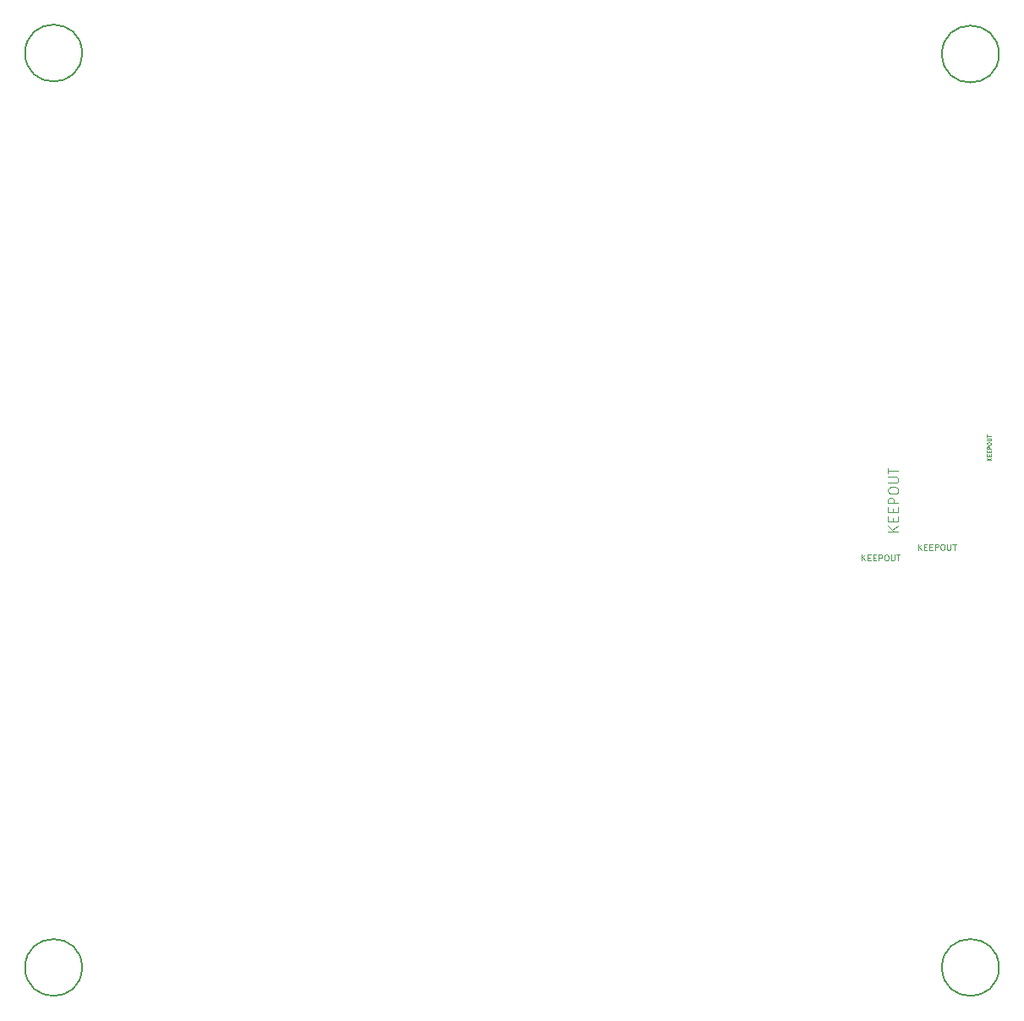
<source format=gbr>
%TF.GenerationSoftware,KiCad,Pcbnew,7.0.6*%
%TF.CreationDate,2024-04-20T19:15:45+09:00*%
%TF.ProjectId,balloon,62616c6c-6f6f-46e2-9e6b-696361645f70,rev?*%
%TF.SameCoordinates,Original*%
%TF.FileFunction,Other,Comment*%
%FSLAX46Y46*%
G04 Gerber Fmt 4.6, Leading zero omitted, Abs format (unit mm)*
G04 Created by KiCad (PCBNEW 7.0.6) date 2024-04-20 19:15:45*
%MOMM*%
%LPD*%
G01*
G04 APERTURE LIST*
%ADD10C,0.090000*%
%ADD11C,0.060000*%
%ADD12C,0.100000*%
%ADD13C,0.150000*%
G04 APERTURE END LIST*
D10*
X114352858Y-99677891D02*
X114352858Y-99077891D01*
X114695715Y-99677891D02*
X114438572Y-99335034D01*
X114695715Y-99077891D02*
X114352858Y-99420748D01*
X114952858Y-99363605D02*
X115152858Y-99363605D01*
X115238572Y-99677891D02*
X114952858Y-99677891D01*
X114952858Y-99677891D02*
X114952858Y-99077891D01*
X114952858Y-99077891D02*
X115238572Y-99077891D01*
X115495715Y-99363605D02*
X115695715Y-99363605D01*
X115781429Y-99677891D02*
X115495715Y-99677891D01*
X115495715Y-99677891D02*
X115495715Y-99077891D01*
X115495715Y-99077891D02*
X115781429Y-99077891D01*
X116038572Y-99677891D02*
X116038572Y-99077891D01*
X116038572Y-99077891D02*
X116267143Y-99077891D01*
X116267143Y-99077891D02*
X116324286Y-99106462D01*
X116324286Y-99106462D02*
X116352857Y-99135034D01*
X116352857Y-99135034D02*
X116381429Y-99192177D01*
X116381429Y-99192177D02*
X116381429Y-99277891D01*
X116381429Y-99277891D02*
X116352857Y-99335034D01*
X116352857Y-99335034D02*
X116324286Y-99363605D01*
X116324286Y-99363605D02*
X116267143Y-99392177D01*
X116267143Y-99392177D02*
X116038572Y-99392177D01*
X116752857Y-99077891D02*
X116867143Y-99077891D01*
X116867143Y-99077891D02*
X116924286Y-99106462D01*
X116924286Y-99106462D02*
X116981429Y-99163605D01*
X116981429Y-99163605D02*
X117010000Y-99277891D01*
X117010000Y-99277891D02*
X117010000Y-99477891D01*
X117010000Y-99477891D02*
X116981429Y-99592177D01*
X116981429Y-99592177D02*
X116924286Y-99649320D01*
X116924286Y-99649320D02*
X116867143Y-99677891D01*
X116867143Y-99677891D02*
X116752857Y-99677891D01*
X116752857Y-99677891D02*
X116695715Y-99649320D01*
X116695715Y-99649320D02*
X116638572Y-99592177D01*
X116638572Y-99592177D02*
X116610000Y-99477891D01*
X116610000Y-99477891D02*
X116610000Y-99277891D01*
X116610000Y-99277891D02*
X116638572Y-99163605D01*
X116638572Y-99163605D02*
X116695715Y-99106462D01*
X116695715Y-99106462D02*
X116752857Y-99077891D01*
X117267143Y-99077891D02*
X117267143Y-99563605D01*
X117267143Y-99563605D02*
X117295714Y-99620748D01*
X117295714Y-99620748D02*
X117324286Y-99649320D01*
X117324286Y-99649320D02*
X117381428Y-99677891D01*
X117381428Y-99677891D02*
X117495714Y-99677891D01*
X117495714Y-99677891D02*
X117552857Y-99649320D01*
X117552857Y-99649320D02*
X117581428Y-99620748D01*
X117581428Y-99620748D02*
X117610000Y-99563605D01*
X117610000Y-99563605D02*
X117610000Y-99077891D01*
X117809999Y-99077891D02*
X118152857Y-99077891D01*
X117981428Y-99677891D02*
X117981428Y-99077891D01*
X108727858Y-100752891D02*
X108727858Y-100152891D01*
X109070715Y-100752891D02*
X108813572Y-100410034D01*
X109070715Y-100152891D02*
X108727858Y-100495748D01*
X109327858Y-100438605D02*
X109527858Y-100438605D01*
X109613572Y-100752891D02*
X109327858Y-100752891D01*
X109327858Y-100752891D02*
X109327858Y-100152891D01*
X109327858Y-100152891D02*
X109613572Y-100152891D01*
X109870715Y-100438605D02*
X110070715Y-100438605D01*
X110156429Y-100752891D02*
X109870715Y-100752891D01*
X109870715Y-100752891D02*
X109870715Y-100152891D01*
X109870715Y-100152891D02*
X110156429Y-100152891D01*
X110413572Y-100752891D02*
X110413572Y-100152891D01*
X110413572Y-100152891D02*
X110642143Y-100152891D01*
X110642143Y-100152891D02*
X110699286Y-100181462D01*
X110699286Y-100181462D02*
X110727857Y-100210034D01*
X110727857Y-100210034D02*
X110756429Y-100267177D01*
X110756429Y-100267177D02*
X110756429Y-100352891D01*
X110756429Y-100352891D02*
X110727857Y-100410034D01*
X110727857Y-100410034D02*
X110699286Y-100438605D01*
X110699286Y-100438605D02*
X110642143Y-100467177D01*
X110642143Y-100467177D02*
X110413572Y-100467177D01*
X111127857Y-100152891D02*
X111242143Y-100152891D01*
X111242143Y-100152891D02*
X111299286Y-100181462D01*
X111299286Y-100181462D02*
X111356429Y-100238605D01*
X111356429Y-100238605D02*
X111385000Y-100352891D01*
X111385000Y-100352891D02*
X111385000Y-100552891D01*
X111385000Y-100552891D02*
X111356429Y-100667177D01*
X111356429Y-100667177D02*
X111299286Y-100724320D01*
X111299286Y-100724320D02*
X111242143Y-100752891D01*
X111242143Y-100752891D02*
X111127857Y-100752891D01*
X111127857Y-100752891D02*
X111070715Y-100724320D01*
X111070715Y-100724320D02*
X111013572Y-100667177D01*
X111013572Y-100667177D02*
X110985000Y-100552891D01*
X110985000Y-100552891D02*
X110985000Y-100352891D01*
X110985000Y-100352891D02*
X111013572Y-100238605D01*
X111013572Y-100238605D02*
X111070715Y-100181462D01*
X111070715Y-100181462D02*
X111127857Y-100152891D01*
X111642143Y-100152891D02*
X111642143Y-100638605D01*
X111642143Y-100638605D02*
X111670714Y-100695748D01*
X111670714Y-100695748D02*
X111699286Y-100724320D01*
X111699286Y-100724320D02*
X111756428Y-100752891D01*
X111756428Y-100752891D02*
X111870714Y-100752891D01*
X111870714Y-100752891D02*
X111927857Y-100724320D01*
X111927857Y-100724320D02*
X111956428Y-100695748D01*
X111956428Y-100695748D02*
X111985000Y-100638605D01*
X111985000Y-100638605D02*
X111985000Y-100152891D01*
X112184999Y-100152891D02*
X112527857Y-100152891D01*
X112356428Y-100752891D02*
X112356428Y-100152891D01*
D11*
X121666927Y-90668095D02*
X121266927Y-90668095D01*
X121666927Y-90439524D02*
X121438356Y-90610953D01*
X121266927Y-90439524D02*
X121495499Y-90668095D01*
X121457403Y-90268095D02*
X121457403Y-90134762D01*
X121666927Y-90077619D02*
X121666927Y-90268095D01*
X121666927Y-90268095D02*
X121266927Y-90268095D01*
X121266927Y-90268095D02*
X121266927Y-90077619D01*
X121457403Y-89906190D02*
X121457403Y-89772857D01*
X121666927Y-89715714D02*
X121666927Y-89906190D01*
X121666927Y-89906190D02*
X121266927Y-89906190D01*
X121266927Y-89906190D02*
X121266927Y-89715714D01*
X121666927Y-89544285D02*
X121266927Y-89544285D01*
X121266927Y-89544285D02*
X121266927Y-89391904D01*
X121266927Y-89391904D02*
X121285975Y-89353809D01*
X121285975Y-89353809D02*
X121305022Y-89334762D01*
X121305022Y-89334762D02*
X121343118Y-89315714D01*
X121343118Y-89315714D02*
X121400260Y-89315714D01*
X121400260Y-89315714D02*
X121438356Y-89334762D01*
X121438356Y-89334762D02*
X121457403Y-89353809D01*
X121457403Y-89353809D02*
X121476451Y-89391904D01*
X121476451Y-89391904D02*
X121476451Y-89544285D01*
X121266927Y-89068095D02*
X121266927Y-88991904D01*
X121266927Y-88991904D02*
X121285975Y-88953809D01*
X121285975Y-88953809D02*
X121324070Y-88915714D01*
X121324070Y-88915714D02*
X121400260Y-88896666D01*
X121400260Y-88896666D02*
X121533594Y-88896666D01*
X121533594Y-88896666D02*
X121609784Y-88915714D01*
X121609784Y-88915714D02*
X121647880Y-88953809D01*
X121647880Y-88953809D02*
X121666927Y-88991904D01*
X121666927Y-88991904D02*
X121666927Y-89068095D01*
X121666927Y-89068095D02*
X121647880Y-89106190D01*
X121647880Y-89106190D02*
X121609784Y-89144285D01*
X121609784Y-89144285D02*
X121533594Y-89163333D01*
X121533594Y-89163333D02*
X121400260Y-89163333D01*
X121400260Y-89163333D02*
X121324070Y-89144285D01*
X121324070Y-89144285D02*
X121285975Y-89106190D01*
X121285975Y-89106190D02*
X121266927Y-89068095D01*
X121266927Y-88725237D02*
X121590737Y-88725237D01*
X121590737Y-88725237D02*
X121628832Y-88706190D01*
X121628832Y-88706190D02*
X121647880Y-88687142D01*
X121647880Y-88687142D02*
X121666927Y-88649047D01*
X121666927Y-88649047D02*
X121666927Y-88572856D01*
X121666927Y-88572856D02*
X121647880Y-88534761D01*
X121647880Y-88534761D02*
X121628832Y-88515714D01*
X121628832Y-88515714D02*
X121590737Y-88496666D01*
X121590737Y-88496666D02*
X121266927Y-88496666D01*
X121266927Y-88363332D02*
X121266927Y-88134761D01*
X121666927Y-88249047D02*
X121266927Y-88249047D01*
D12*
X112367419Y-97800237D02*
X111367419Y-97800237D01*
X112367419Y-97228809D02*
X111795990Y-97657380D01*
X111367419Y-97228809D02*
X111938847Y-97800237D01*
X111843609Y-96800237D02*
X111843609Y-96466904D01*
X112367419Y-96324047D02*
X112367419Y-96800237D01*
X112367419Y-96800237D02*
X111367419Y-96800237D01*
X111367419Y-96800237D02*
X111367419Y-96324047D01*
X111843609Y-95895475D02*
X111843609Y-95562142D01*
X112367419Y-95419285D02*
X112367419Y-95895475D01*
X112367419Y-95895475D02*
X111367419Y-95895475D01*
X111367419Y-95895475D02*
X111367419Y-95419285D01*
X112367419Y-94990713D02*
X111367419Y-94990713D01*
X111367419Y-94990713D02*
X111367419Y-94609761D01*
X111367419Y-94609761D02*
X111415038Y-94514523D01*
X111415038Y-94514523D02*
X111462657Y-94466904D01*
X111462657Y-94466904D02*
X111557895Y-94419285D01*
X111557895Y-94419285D02*
X111700752Y-94419285D01*
X111700752Y-94419285D02*
X111795990Y-94466904D01*
X111795990Y-94466904D02*
X111843609Y-94514523D01*
X111843609Y-94514523D02*
X111891228Y-94609761D01*
X111891228Y-94609761D02*
X111891228Y-94990713D01*
X111367419Y-93800237D02*
X111367419Y-93609761D01*
X111367419Y-93609761D02*
X111415038Y-93514523D01*
X111415038Y-93514523D02*
X111510276Y-93419285D01*
X111510276Y-93419285D02*
X111700752Y-93371666D01*
X111700752Y-93371666D02*
X112034085Y-93371666D01*
X112034085Y-93371666D02*
X112224561Y-93419285D01*
X112224561Y-93419285D02*
X112319800Y-93514523D01*
X112319800Y-93514523D02*
X112367419Y-93609761D01*
X112367419Y-93609761D02*
X112367419Y-93800237D01*
X112367419Y-93800237D02*
X112319800Y-93895475D01*
X112319800Y-93895475D02*
X112224561Y-93990713D01*
X112224561Y-93990713D02*
X112034085Y-94038332D01*
X112034085Y-94038332D02*
X111700752Y-94038332D01*
X111700752Y-94038332D02*
X111510276Y-93990713D01*
X111510276Y-93990713D02*
X111415038Y-93895475D01*
X111415038Y-93895475D02*
X111367419Y-93800237D01*
X111367419Y-92943094D02*
X112176942Y-92943094D01*
X112176942Y-92943094D02*
X112272180Y-92895475D01*
X112272180Y-92895475D02*
X112319800Y-92847856D01*
X112319800Y-92847856D02*
X112367419Y-92752618D01*
X112367419Y-92752618D02*
X112367419Y-92562142D01*
X112367419Y-92562142D02*
X112319800Y-92466904D01*
X112319800Y-92466904D02*
X112272180Y-92419285D01*
X112272180Y-92419285D02*
X112176942Y-92371666D01*
X112176942Y-92371666D02*
X111367419Y-92371666D01*
X111367419Y-92038332D02*
X111367419Y-91466904D01*
X112367419Y-91752618D02*
X111367419Y-91752618D01*
D13*
%TO.C,H3*%
X122450000Y-50000000D02*
G75*
G03*
X122450000Y-50000000I-2850000J0D01*
G01*
%TO.C,H2*%
X30650000Y-141500000D02*
G75*
G03*
X30650000Y-141500000I-2850000J0D01*
G01*
%TO.C,H1*%
X30650000Y-49900000D02*
G75*
G03*
X30650000Y-49900000I-2850000J0D01*
G01*
%TO.C,H4*%
X122450000Y-141500000D02*
G75*
G03*
X122450000Y-141500000I-2850000J0D01*
G01*
%TD*%
M02*

</source>
